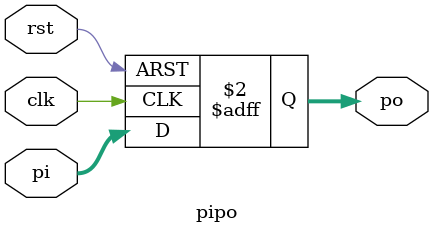
<source format=v>
module pipo(clk,rst,pi,po);
input clk,rst;
input [3:0]pi;
output reg [3:0]po;

always @(posedge clk or posedge rst)

begin
if(rst)
begin
po<=4'b0000;
end
else
begin
po<=pi;
end
end
endmodule
</source>
